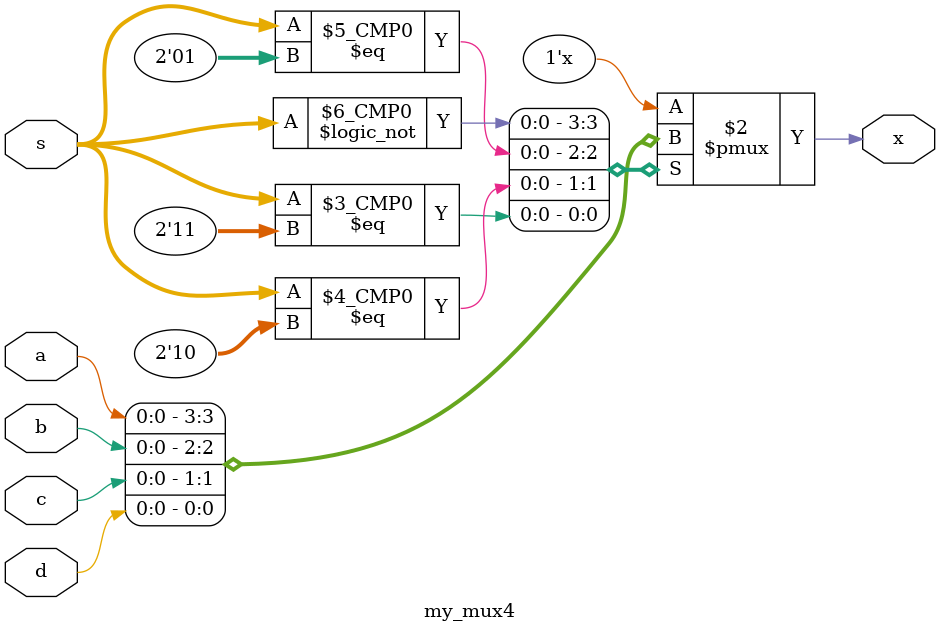
<source format=v>
module my_mux4
(
	input [1:0] s,
	input a, b, c, d,
	output reg x

);

always @ (*)
	case (s)
		0: x <= a;
		1: x <= b;
		2: x <= c;
		3: x <= d;
	endcase
endmodule

</source>
